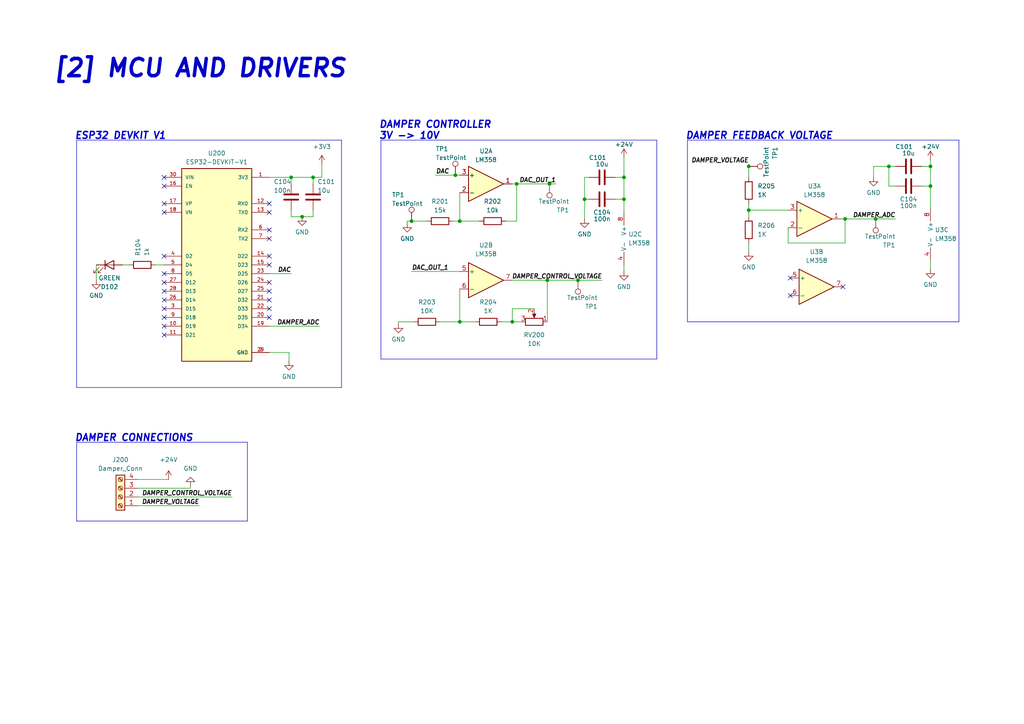
<source format=kicad_sch>
(kicad_sch (version 20230121) (generator eeschema)
  (paper "A4")
  (lib_symbols
    (symbol "Amplifier_Operational:LM358" (pin_names (offset 0.127))
      (property "Reference" "U" (at 0 5.08 0))
      (property "Value" "LM358" (at 0 -5.08 0))
      (symbol "LM358_1_1"
        (polyline (pts (xy -5.08 5.08) (xy 5.08 0) (xy -5.08 -5.08) (xy -5.08 5.08)) (stroke (width 0.254)) (fill (type background)))
        (pin output line (at 7.62 0 180) (length 2.54) (name "~") (number "1"))
        (pin input line (at -7.62 -2.54 0) (length 2.54) (name "-") (number "2"))
        (pin input line (at -7.62 2.54 0) (length 2.54) (name "+") (number "3"))
      )
      (symbol "LM358_2_1"
        (polyline (pts (xy -5.08 5.08) (xy 5.08 0) (xy -5.08 -5.08) (xy -5.08 5.08)) (stroke (width 0.254)) (fill (type background)))
        (pin input line (at -7.62 2.54 0) (length 2.54) (name "+") (number "5"))
        (pin input line (at -7.62 -2.54 0) (length 2.54) (name "-") (number "6"))
        (pin output line (at 7.62 0 180) (length 2.54) (name "~") (number "7"))
      )
      (symbol "LM358_3_1"
        (pin power_in line (at -2.54 -7.62 90) (length 3.81) (name "V-") (number "4"))
        (pin power_in line (at -2.54 7.62 270) (length 3.81) (name "V+") (number "8"))
      )
    )
    (symbol "Connector:Screw_Terminal_01x04" (pin_names (offset 1.016) hide)
      (property "Reference" "J" (at 0 5.08 0))
      (property "Value" "Screw_Terminal_01x04" (at 0 -7.62 0))
      (symbol "Screw_Terminal_01x04_1_1"
        (rectangle (start -1.27 3.81) (end 1.27 -6.35) (stroke (width 0.254)) (fill (type background)))
        (circle (center 0 -5.08) (radius 0.635) (stroke (width 0.1524)))
        (circle (center 0 -2.54) (radius 0.635) (stroke (width 0.1524)))
        (polyline (pts (xy -0.5334 -4.7498) (xy 0.3302 -5.588)) (stroke (width 0.1524)))
        (polyline (pts (xy -0.5334 -2.2098) (xy 0.3302 -3.048)) (stroke (width 0.1524)))
        (polyline (pts (xy -0.5334 0.3302) (xy 0.3302 -0.508)) (stroke (width 0.1524)))
        (polyline (pts (xy -0.5334 2.8702) (xy 0.3302 2.032)) (stroke (width 0.1524)))
        (polyline (pts (xy -0.3556 -4.572) (xy 0.508 -5.4102)) (stroke (width 0.1524)))
        (polyline (pts (xy -0.3556 -2.032) (xy 0.508 -2.8702)) (stroke (width 0.1524)))
        (polyline (pts (xy -0.3556 0.508) (xy 0.508 -0.3302)) (stroke (width 0.1524)))
        (polyline (pts (xy -0.3556 3.048) (xy 0.508 2.2098)) (stroke (width 0.1524)))
        (circle (center 0 0) (radius 0.635) (stroke (width 0.1524)))
        (circle (center 0 2.54) (radius 0.635) (stroke (width 0.1524)))
        (pin passive line (at -5.08 2.54 0) (length 3.81) (name "Pin_1") (number "1"))
        (pin passive line (at -5.08 0 0) (length 3.81) (name "Pin_2") (number "2"))
        (pin passive line (at -5.08 -2.54 0) (length 3.81) (name "Pin_3") (number "3"))
        (pin passive line (at -5.08 -5.08 0) (length 3.81) (name "Pin_4") (number "4"))
      )
    )
    (symbol "Connector:TestPoint" (pin_numbers hide) (pin_names (offset 0.762) hide)
      (property "Reference" "TP" (at 0 6.858 0))
      (property "Value" "TestPoint" (at 0 5.08 0))
      (symbol "TestPoint_0_1"
        (circle (center 0 3.302) (radius 0.762))
      )
      (symbol "TestPoint_1_1"
        (pin passive line (at 0 0 90) (length 2.54) (name "1") (number "1"))
      )
    )
    (symbol "Device:C" (pin_numbers hide) (pin_names (offset 0.254))
      (property "Reference" "C" (at 0.635 2.54 0))
      (property "Value" "C" (at 0.635 -2.54 0))
      (symbol "C_0_1"
        (polyline (pts (xy -2.032 -0.762) (xy 2.032 -0.762)) (stroke (width 0.508)))
        (polyline (pts (xy -2.032 0.762) (xy 2.032 0.762)) (stroke (width 0.508)))
      )
      (symbol "C_1_1"
        (pin passive line (at 0 3.81 270) (length 2.794) (name "~") (number "1"))
        (pin passive line (at 0 -3.81 90) (length 2.794) (name "~") (number "2"))
      )
    )
    (symbol "Device:LED" (pin_numbers hide) (pin_names (offset 1.016) hide)
      (property "Reference" "D" (at 0 2.54 0))
      (property "Value" "LED" (at 0 -2.54 0))
      (symbol "LED_0_1"
        (polyline (pts (xy -1.27 -1.27) (xy -1.27 1.27)) (stroke (width 0.254)))
        (polyline (pts (xy -1.27 0) (xy 1.27 0)))
        (polyline (pts (xy 1.27 -1.27) (xy 1.27 1.27) (xy -1.27 0) (xy 1.27 -1.27)) (stroke (width 0.254)))
        (polyline (pts (xy -3.048 -0.762) (xy -4.572 -2.286) (xy -3.81 -2.286) (xy -4.572 -2.286) (xy -4.572 -1.524)))
        (polyline (pts (xy -1.778 -0.762) (xy -3.302 -2.286) (xy -2.54 -2.286) (xy -3.302 -2.286) (xy -3.302 -1.524)))
      )
      (symbol "LED_1_1"
        (pin passive line (at -3.81 0 0) (length 2.54) (name "K") (number "1"))
        (pin passive line (at 3.81 0 180) (length 2.54) (name "A") (number "2"))
      )
    )
    (symbol "Device:R" (pin_numbers hide) (pin_names (offset 0))
      (property "Reference" "R" (at 2.032 0 90))
      (property "Value" "R" (at 0 0 90))
      (symbol "R_0_1"
        (rectangle (start -1.016 -2.54) (end 1.016 2.54) (stroke (width 0.254)))
      )
      (symbol "R_1_1"
        (pin passive line (at 0 3.81 270) (length 1.27) (name "~") (number "1"))
        (pin passive line (at 0 -3.81 90) (length 1.27) (name "~") (number "2"))
      )
    )
    (symbol "Device:R_Potentiometer" (pin_names (offset 1.016) hide)
      (property "Reference" "RV" (at -4.445 0 90))
      (property "Value" "R_Potentiometer" (at -2.54 0 90))
      (symbol "R_Potentiometer_0_1"
        (polyline (pts (xy 2.54 0) (xy 1.524 0)))
        (polyline (pts (xy 1.143 0) (xy 2.286 0.508) (xy 2.286 -0.508) (xy 1.143 0)) (fill (type outline)))
        (rectangle (start 1.016 2.54) (end -1.016 -2.54) (stroke (width 0.254)))
      )
      (symbol "R_Potentiometer_1_1"
        (pin passive line (at 0 3.81 270) (length 1.27) (name "1") (number "1"))
        (pin passive line (at 3.81 0 180) (length 1.27) (name "2") (number "2"))
        (pin passive line (at 0 -3.81 90) (length 1.27) (name "3") (number "3"))
      )
    )
    (symbol "ESP32:ESP32-DEVKIT-V1" (pin_names (offset 1.016))
      (property "Reference" "U" (at -10.16 30.48 0))
      (property "Value" "ESP32-DEVKIT-V1" (at -10.16 -30.48 0))
      (symbol "ESP32-DEVKIT-V1_0_0"
        (rectangle (start -10.16 -27.94) (end 10.16 27.94) (stroke (width 0.254)) (fill (type background)))
        (pin output line (at 15.24 25.4 180) (length 5.08) (name "3V3") (number "1"))
        (pin bidirectional line (at -15.24 -17.78 0) (length 5.08) (name "D19") (number "10"))
        (pin bidirectional line (at -15.24 -20.32 0) (length 5.08) (name "D21") (number "11"))
        (pin input line (at 15.24 17.78 180) (length 5.08) (name "RX0") (number "12"))
        (pin output line (at 15.24 15.24 180) (length 5.08) (name "TX0") (number "13"))
        (pin bidirectional line (at 15.24 2.54 180) (length 5.08) (name "D22") (number "14"))
        (pin bidirectional line (at 15.24 0 180) (length 5.08) (name "D23") (number "15"))
        (pin input line (at -15.24 22.86 0) (length 5.08) (name "EN") (number "16"))
        (pin bidirectional line (at -15.24 17.78 0) (length 5.08) (name "VP") (number "17"))
        (pin bidirectional line (at -15.24 15.24 0) (length 5.08) (name "VN") (number "18"))
        (pin bidirectional line (at 15.24 -17.78 180) (length 5.08) (name "D34") (number "19"))
        (pin power_in line (at 15.24 -25.4 180) (length 5.08) (name "GND") (number "2"))
        (pin bidirectional line (at 15.24 -15.24 180) (length 5.08) (name "D35") (number "20"))
        (pin bidirectional line (at 15.24 -10.16 180) (length 5.08) (name "D32") (number "21"))
        (pin bidirectional line (at 15.24 -12.7 180) (length 5.08) (name "D33") (number "22"))
        (pin bidirectional line (at 15.24 -2.54 180) (length 5.08) (name "D25") (number "23"))
        (pin bidirectional line (at 15.24 -5.08 180) (length 5.08) (name "D26") (number "24"))
        (pin bidirectional line (at 15.24 -7.62 180) (length 5.08) (name "D27") (number "25"))
        (pin bidirectional line (at -15.24 -10.16 0) (length 5.08) (name "D14") (number "26"))
        (pin bidirectional line (at -15.24 -5.08 0) (length 5.08) (name "D12") (number "27"))
        (pin bidirectional line (at -15.24 -7.62 0) (length 5.08) (name "D13") (number "28"))
        (pin power_in line (at 15.24 -25.4 180) (length 5.08) (name "GND") (number "29"))
        (pin bidirectional line (at -15.24 -12.7 0) (length 5.08) (name "D15") (number "3"))
        (pin input line (at -15.24 25.4 0) (length 5.08) (name "VIN") (number "30"))
        (pin bidirectional line (at -15.24 2.54 0) (length 5.08) (name "D2") (number "4"))
        (pin bidirectional line (at -15.24 0 0) (length 5.08) (name "D4") (number "5"))
        (pin input line (at 15.24 10.16 180) (length 5.08) (name "RX2") (number "6"))
        (pin output line (at 15.24 7.62 180) (length 5.08) (name "TX2") (number "7"))
        (pin bidirectional line (at -15.24 -2.54 0) (length 5.08) (name "D5") (number "8"))
        (pin bidirectional line (at -15.24 -15.24 0) (length 5.08) (name "D18") (number "9"))
      )
    )
    (symbol "power:+24V" (power) (pin_names (offset 0))
      (property "Value" "+24V" (at 0 3.556 0))
      (symbol "+24V_0_1"
        (polyline (pts (xy -0.762 1.27) (xy 0 2.54)))
        (polyline (pts (xy 0 0) (xy 0 2.54)))
        (polyline (pts (xy 0 2.54) (xy 0.762 1.27)))
      )
      (symbol "+24V_1_1"
        (pin power_in line (at 0 0 90) (length 0) hide (name "+24V") (number "1"))
      )
    )
    (symbol "power:+3V3" (power) (pin_names (offset 0))
      (property "Value" "+3V3" (at 0 3.556 0))
      (symbol "+3V3_0_1"
        (polyline (pts (xy -0.762 1.27) (xy 0 2.54)))
        (polyline (pts (xy 0 0) (xy 0 2.54)))
        (polyline (pts (xy 0 2.54) (xy 0.762 1.27)))
      )
      (symbol "+3V3_1_1"
        (pin power_in line (at 0 0 90) (length 0) hide (name "+3V3") (number "1"))
      )
    )
    (symbol "power:GND" (power) (pin_names (offset 0))
      (property "Value" "GND" (at 0 -3.81 0))
      (symbol "GND_0_1"
        (polyline (pts (xy 0 0) (xy 0 -1.27) (xy 1.27 -1.27) (xy 0 -2.54) (xy -1.27 -1.27) (xy 0 -1.27)))
      )
      (symbol "GND_1_1"
        (pin power_in line (at 0 0 270) (length 0) hide (name "GND") (number "1"))
      )
    )
  )
  (junction (at 87.63 62.865))
  (junction (at 257.81 48.26))
  (junction (at 132.08 50.8))
  (junction (at 148.59 93.345))
  (junction (at 84.455 51.435))
  (junction (at 159.385 53.34))
  (junction (at 254 63.5))
  (junction (at 217.17 48.26))
  (junction (at 158.75 81.28))
  (junction (at 133.35 93.345))
  (junction (at 133.35 64.135))
  (junction (at 245.11 63.5))
  (junction (at 269.875 48.26))
  (junction (at 180.975 51.435))
  (junction (at 180.975 57.785))
  (junction (at 269.875 53.975))
  (junction (at 149.86 53.34))
  (junction (at 217.17 60.96))
  (junction (at 90.805 51.435))
  (junction (at 119.38 64.135))
  (junction (at 169.545 57.785))
  (junction (at 167.64 81.28))
  (no_connect (at 78.105 69.215))
  (no_connect (at 78.105 92.075))
  (no_connect (at 78.105 86.995))
  (no_connect (at 47.625 92.075))
  (no_connect (at 78.105 61.595))
  (no_connect (at 47.625 89.535))
  (no_connect (at 47.625 86.995))
  (no_connect (at 78.105 84.455))
  (no_connect (at 47.625 74.295))
  (no_connect (at 47.625 94.615))
  (no_connect (at 78.105 89.535))
  (no_connect (at 78.105 76.835))
  (no_connect (at 244.475 83.185))
  (no_connect (at 78.105 59.055))
  (no_connect (at 229.235 85.725))
  (no_connect (at 47.625 51.435))
  (no_connect (at 78.105 66.675))
  (no_connect (at 78.105 81.915))
  (no_connect (at 47.625 84.455))
  (no_connect (at 47.625 81.915))
  (no_connect (at 47.625 59.055))
  (no_connect (at 47.625 53.975))
  (no_connect (at 47.625 97.155))
  (no_connect (at 47.625 61.595))
  (no_connect (at 78.105 74.295))
  (no_connect (at 229.235 80.645))
  (no_connect (at 47.625 79.375))
  (wire (pts (xy 269.875 48.26) (xy 269.875 53.975)))
  (polyline (pts (xy 199.39 40.64) (xy 278.13 40.64)))
  (wire (pts (xy 149.86 53.34) (xy 159.385 53.34)))
  (polyline (pts (xy 71.755 151.13) (xy 22.225 151.13)))
  (wire (pts (xy 84.455 60.96) (xy 84.455 62.865)))
  (wire (pts (xy 267.335 53.975) (xy 269.875 53.975)))
  (wire (pts (xy 217.17 60.96) (xy 217.17 62.865)))
  (wire (pts (xy 228.6 70.485) (xy 245.11 70.485)))
  (wire (pts (xy 90.805 51.435) (xy 93.345 51.435)))
  (polyline (pts (xy 22.225 40.64) (xy 22.225 112.395)))
  (wire (pts (xy 55.245 141.605) (xy 55.245 140.97)))
  (polyline (pts (xy 99.06 112.395) (xy 22.225 112.395)))
  (wire (pts (xy 119.38 78.74) (xy 133.35 78.74)))
  (polyline (pts (xy 278.13 93.345) (xy 199.39 93.345)))
  (wire (pts (xy 145.415 93.345) (xy 148.59 93.345)))
  (wire (pts (xy 259.715 48.26) (xy 257.81 48.26)))
  (wire (pts (xy 254 63.5) (xy 259.715 63.5)))
  (polyline (pts (xy 278.13 40.64) (xy 278.13 93.345)))
  (wire (pts (xy 180.975 57.785) (xy 180.975 61.595)))
  (wire (pts (xy 93.345 51.435) (xy 93.345 47.625)))
  (wire (pts (xy 158.75 81.28) (xy 167.64 81.28)))
  (wire (pts (xy 167.64 81.28) (xy 174.625 81.28)))
  (wire (pts (xy 40.005 146.685) (xy 57.785 146.685)))
  (wire (pts (xy 133.35 64.135) (xy 139.065 64.135)))
  (wire (pts (xy 217.17 59.055) (xy 217.17 60.96)))
  (wire (pts (xy 180.975 45.72) (xy 180.975 51.435)))
  (polyline (pts (xy 190.5 40.64) (xy 190.5 104.14)))
  (wire (pts (xy 133.35 83.82) (xy 133.35 93.345)))
  (wire (pts (xy 133.35 55.88) (xy 133.35 64.135)))
  (wire (pts (xy 119.38 64.135) (xy 118.11 64.135)))
  (polyline (pts (xy 110.49 40.64) (xy 190.5 40.64)))
  (wire (pts (xy 84.455 51.435) (xy 84.455 53.34)))
  (wire (pts (xy 78.105 79.375) (xy 84.455 79.375)))
  (wire (pts (xy 27.94 76.835) (xy 27.94 81.28)))
  (wire (pts (xy 267.335 48.26) (xy 269.875 48.26)))
  (wire (pts (xy 180.975 76.835) (xy 180.975 78.74)))
  (wire (pts (xy 170.815 57.785) (xy 169.545 57.785)))
  (polyline (pts (xy 71.755 128.27) (xy 71.755 151.13)))
  (wire (pts (xy 40.005 139.065) (xy 48.895 139.065)))
  (wire (pts (xy 132.08 50.8) (xy 133.35 50.8)))
  (wire (pts (xy 131.445 64.135) (xy 133.35 64.135)))
  (wire (pts (xy 45.085 76.835) (xy 47.625 76.835)))
  (wire (pts (xy 269.875 46.355) (xy 269.875 48.26)))
  (wire (pts (xy 78.105 102.235) (xy 83.82 102.235)))
  (wire (pts (xy 78.105 51.435) (xy 84.455 51.435)))
  (wire (pts (xy 148.59 89.535) (xy 148.59 93.345)))
  (wire (pts (xy 217.17 70.485) (xy 217.17 73.025)))
  (wire (pts (xy 123.825 64.135) (xy 119.38 64.135)))
  (wire (pts (xy 90.805 62.865) (xy 87.63 62.865)))
  (wire (pts (xy 115.57 93.98) (xy 115.57 93.345)))
  (wire (pts (xy 259.715 53.975) (xy 257.81 53.975)))
  (wire (pts (xy 178.435 51.435) (xy 180.975 51.435)))
  (wire (pts (xy 269.875 53.975) (xy 269.875 60.325)))
  (wire (pts (xy 115.57 93.345) (xy 120.015 93.345)))
  (wire (pts (xy 146.685 64.135) (xy 149.86 64.135)))
  (polyline (pts (xy 22.225 128.27) (xy 22.225 151.13)))
  (wire (pts (xy 148.59 53.34) (xy 149.86 53.34)))
  (wire (pts (xy 118.11 64.135) (xy 118.11 64.77)))
  (wire (pts (xy 35.56 76.835) (xy 37.465 76.835)))
  (wire (pts (xy 133.35 93.345) (xy 137.795 93.345)))
  (wire (pts (xy 257.81 53.975) (xy 257.81 48.26)))
  (wire (pts (xy 245.11 70.485) (xy 245.11 63.5)))
  (wire (pts (xy 217.17 47.625) (xy 217.17 48.26)))
  (wire (pts (xy 127.635 93.345) (xy 133.35 93.345)))
  (wire (pts (xy 84.455 62.865) (xy 87.63 62.865)))
  (wire (pts (xy 148.59 81.28) (xy 158.75 81.28)))
  (wire (pts (xy 149.86 64.135) (xy 149.86 53.34)))
  (wire (pts (xy 40.005 141.605) (xy 55.245 141.605)))
  (wire (pts (xy 158.75 81.28) (xy 158.75 93.345)))
  (wire (pts (xy 178.435 57.785) (xy 180.975 57.785)))
  (wire (pts (xy 245.11 63.5) (xy 254 63.5)))
  (wire (pts (xy 257.81 48.26) (xy 253.365 48.26)))
  (polyline (pts (xy 199.39 40.64) (xy 199.39 93.345)))
  (wire (pts (xy 148.59 93.345) (xy 151.13 93.345)))
  (wire (pts (xy 169.545 57.785) (xy 169.545 63.5)))
  (polyline (pts (xy 110.49 40.64) (xy 110.49 104.14)))
  (wire (pts (xy 90.805 60.96) (xy 90.805 62.865)))
  (wire (pts (xy 180.975 51.435) (xy 180.975 57.785)))
  (polyline (pts (xy 99.06 40.64) (xy 99.06 112.395)))
  (polyline (pts (xy 22.225 40.64) (xy 99.06 40.64)))
  (wire (pts (xy 217.17 60.96) (xy 228.6 60.96)))
  (polyline (pts (xy 22.225 128.27) (xy 71.755 128.27)))
  (wire (pts (xy 269.875 75.565) (xy 269.875 78.105)))
  (wire (pts (xy 217.17 48.26) (xy 217.17 51.435)))
  (wire (pts (xy 90.805 51.435) (xy 90.805 53.34)))
  (wire (pts (xy 83.82 102.235) (xy 83.82 104.775)))
  (wire (pts (xy 243.84 63.5) (xy 245.11 63.5)))
  (polyline (pts (xy 190.5 104.14) (xy 110.49 104.14)))
  (wire (pts (xy 154.94 89.535) (xy 148.59 89.535)))
  (wire (pts (xy 169.545 51.435) (xy 169.545 57.785)))
  (wire (pts (xy 40.005 144.145) (xy 67.31 144.145)))
  (wire (pts (xy 84.455 51.435) (xy 90.805 51.435)))
  (wire (pts (xy 253.365 48.26) (xy 253.365 51.435)))
  (wire (pts (xy 78.105 94.615) (xy 92.71 94.615)))
  (wire (pts (xy 228.6 66.04) (xy 228.6 70.485)))
  (wire (pts (xy 126.365 50.8) (xy 132.08 50.8)))
  (wire (pts (xy 170.815 51.435) (xy 169.545 51.435)))
  (wire (pts (xy 159.385 53.34) (xy 161.29 53.34)))
  (text "DAMPER CONTROLLER\n3V -> 10V" (at 109.855 40.64 0) (effects (font (size 2 2) bold italic) (justify left bottom)))
  (text "ESP32 DEVKIT V1" (at 21.59 40.64 0) (effects (font (size 2 2) bold italic) (justify left bottom)))
  (text "DAMPER FEEDBACK VOLTAGE" (at 198.755 40.64 0) (effects (font (size 2 2) bold italic) (justify left bottom)))
  (text "DAMPER CONNECTIONS" (at 21.59 128.27 0) (effects (font (size 2 2) bold italic) (justify left bottom)))
  (text "[2] MCU AND DRIVERS\n" (at 15.24 22.86 0) (effects (font (size 5 5) bold italic) (justify left bottom)))
  (label "DAC" (at 126.365 50.8 0) (effects (font bold italic)))
  (label "DAMPER_CONTROL_VOLTAGE" (at 67.31 144.145 180) (effects (font bold italic)))
  (label "DAMPER_VOLTAGE" (at 217.17 47.625 180) (effects (font bold italic)))
  (label "DAMPER_CONTROL_VOLTAGE" (at 174.625 81.28 180) (effects (font bold italic)))
  (label "DAC" (at 84.455 79.375 180) (effects (font bold italic)))
  (label "DAMPER_ADC" (at 92.71 94.615 180) (effects (font bold italic)))
  (label "DAC_OUT_1" (at 119.38 78.74 0) (effects (font bold italic)))
  (label "DAMPER_ADC" (at 259.715 63.5 180) (effects (font bold italic)))
  (label "DAC_OUT_1" (at 161.29 53.34 180) (effects (font bold italic)))
  (label "DAMPER_VOLTAGE" (at 57.785 146.685 180) (effects (font bold italic)))
  (symbol (lib_id "Device:R_Potentiometer") (at 154.94 93.345 270) (mirror x) (unit 1)
    (property "Reference" "RV200" (at 154.94 97.155 90))
    (property "Value" "10K" (at 154.94 99.695 90))
    (property "Footprint" "Potentiometer_THT:Potentiometer_Bourns_3296W_Vertical" (effects hide))
  )
  (symbol (lib_id "Amplifier_Operational:LM358") (at 236.855 83.185 0) (unit 2)
    (property "Reference" "U3" (at 236.855 73.025 0))
    (property "Value" "LM358" (at 236.855 75.565 0))
    (property "Footprint" "Package_SO:SOIC-8_3.9x4.9mm_P1.27mm" (effects hide))
    (property "Datasheet" "http://www.ti.com/lit/ds/symlink/lm2904-n.pdf" (effects hide))
    (property "LCSC" "C7950" (effects hide))
  )
  (symbol (lib_id "Device:R") (at 217.17 66.675 180) (unit 1)
    (property "Reference" "R206" (at 219.71 65.405 0) (effects (justify right)))
    (property "Value" "1K" (at 219.71 67.945 0) (effects (justify right)))
    (property "Footprint" "Resistor_SMD:R_0603_1608Metric" (effects hide))
    (property "LCSC" "C21190" (effects hide))
  )
  (symbol (lib_id "Connector:TestPoint") (at 167.64 81.28 180) (unit 1)
    (property "Reference" "TP1" (at 173.355 88.9 0) (effects (justify left)))
    (property "Value" "TestPoint" (at 173.355 86.36 0) (effects (justify left)))
    (property "Footprint" "TestPoint:TestPoint_Pad_D2.0mm" (effects hide))
    (instances (project "Damper_PCB" (path "" (reference "TP1") (unit 1)) (path "" (reference "TP203") (unit 1))))
  )
  (symbol (lib_id "Connector:TestPoint") (at 119.38 64.135 0) (unit 1)
    (property "Reference" "TP1" (at 113.665 56.515 0) (effects (justify left)))
    (property "Value" "TestPoint" (at 113.665 59.055 0) (effects (justify left)))
    (property "Footprint" "TestPoint:TestPoint_Pad_D2.0mm" (effects hide))
    (instances (project "Damper_PCB" (path "" (reference "TP1") (unit 1)) (path "" (reference "TP200") (unit 1))))
  )
  (symbol (lib_id "power:+24V") (at 180.975 45.72 0) (unit 1)
    (property "Reference" "#PWR03" (effects hide))
    (property "Value" "+24V" (at 180.975 41.91 0))
    (instances (project "Damper_PCB" (path "" (reference "#PWR03") (unit 1)) (path "" (reference "#PWR011") (unit 1))) (project "Cabina" (path "" (reference "#PWR0112") (unit 1))))
  )
  (symbol (lib_id "Connector:TestPoint") (at 217.17 48.26 270) (unit 1)
    (property "Reference" "TP1" (at 224.79 42.545 0) (effects (justify left)))
    (property "Value" "TestPoint" (at 222.25 42.545 0) (effects (justify left)))
    (property "Footprint" "TestPoint:TestPoint_Pad_D2.0mm" (effects hide))
    (instances (project "Damper_PCB" (path "" (reference "TP1") (unit 1)) (path "" (reference "TP204") (unit 1))))
  )
  (symbol (lib_id "power:GND") (at 253.365 51.435 0) (unit 1)
    (property "Reference" "#PWR05" (effects hide))
    (property "Value" "GND" (at 253.365 55.88 0))
    (instances (project "Damper_PCB" (path "" (reference "#PWR05") (unit 1)) (path "" (reference "#PWR023") (unit 1))) (project "Cabina" (path "" (reference "#PWR0110") (unit 1))))
  )
  (symbol (lib_id "Connector:Screw_Terminal_01x04") (at 34.925 144.145 180) (unit 1)
    (property "Reference" "J200" (at 34.925 133.35 0))
    (property "Value" "Damper_Conn" (at 34.925 135.89 0))
    (property "Footprint" "Connector_Phoenix_MSTB:PhoenixContact_MSTBA_2,5_4-G-5,08_1x04_P5.08mm_Horizontal" (effects hide))
  )
  (symbol (lib_id "Connector:TestPoint") (at 159.385 53.34 180) (unit 1)
    (property "Reference" "TP1" (at 165.1 60.96 0) (effects (justify left)))
    (property "Value" "TestPoint" (at 165.1 58.42 0) (effects (justify left)))
    (property "Footprint" "TestPoint:TestPoint_Pad_D2.0mm" (effects hide))
    (instances (project "Damper_PCB" (path "" (reference "TP1") (unit 1)) (path "" (reference "TP202") (unit 1))))
  )
  (symbol (lib_id "Device:R") (at 141.605 93.345 90) (unit 1)
    (property "Reference" "R204" (at 141.605 87.63 90))
    (property "Value" "1K" (at 141.605 90.17 90))
    (property "Footprint" "Resistor_SMD:R_0603_1608Metric" (effects hide))
    (property "LCSC" "C21190" (effects hide))
  )
  (symbol (lib_id "Device:C") (at 174.625 51.435 90) (unit 1)
    (property "Reference" "C101" (at 175.895 45.72 90) (effects (justify left)))
    (property "Value" "10u" (at 176.53 47.625 90) (effects (justify left)))
    (property "Footprint" "Capacitor_SMD:C_0805_2012Metric" (effects hide))
    (property "LCSC" "C440198" (effects hide))
    (instances (project "Damper_PCB" (path "" (reference "C101") (unit 1)) (path "" (reference "C202") (unit 1))))
  )
  (symbol (lib_id "Device:R") (at 142.875 64.135 90) (unit 1)
    (property "Reference" "R202" (at 142.875 58.42 90))
    (property "Value" "10k" (at 142.875 60.96 90))
    (property "Footprint" "Resistor_SMD:R_0805_2012Metric" (effects hide))
    (property "LCSC" "C17414" (effects hide))
  )
  (symbol (lib_id "Device:R") (at 123.825 93.345 90) (unit 1)
    (property "Reference" "R203" (at 123.825 87.63 90))
    (property "Value" "10K" (at 123.825 90.17 90))
    (property "Footprint" "Resistor_SMD:R_0805_2012Metric" (effects hide))
    (property "LCSC" "C17414" (effects hide))
  )
  (symbol (lib_id "Device:R") (at 127.635 64.135 90) (unit 1)
    (property "Reference" "R201" (at 127.635 58.42 90))
    (property "Value" "15k" (at 127.635 60.96 90))
    (property "Footprint" "Resistor_SMD:R_0805_2012Metric" (effects hide))
    (property "LCSC" "C17475" (effects hide))
  )
  (symbol (lib_id "Device:C") (at 263.525 48.26 90) (unit 1)
    (property "Reference" "C101" (at 264.795 42.545 90) (effects (justify left)))
    (property "Value" "10u" (at 265.43 44.45 90) (effects (justify left)))
    (property "Footprint" "Capacitor_SMD:C_0805_2012Metric" (effects hide))
    (property "LCSC" "C440198" (effects hide))
    (instances (project "Damper_PCB" (path "" (reference "C101") (unit 1)) (path "" (reference "C204") (unit 1))))
  )
  (symbol (lib_id "Device:C") (at 90.805 57.15 0) (unit 1)
    (property "Reference" "C101" (at 92.075 52.705 0) (effects (justify left)))
    (property "Value" "10u" (at 92.075 55.245 0) (effects (justify left)))
    (property "Footprint" "Capacitor_SMD:C_0603_1608Metric" (effects hide))
    (property "LCSC" "C19702" (effects hide))
    (instances (project "Damper_PCB" (path "" (reference "C101") (unit 1)) (path "" (reference "C201") (unit 1))))
  )
  (symbol (lib_id "power:GND") (at 55.245 140.97 180) (unit 1)
    (property "Reference" "#PWR05" (effects hide))
    (property "Value" "GND" (at 55.245 135.89 0))
    (instances (project "Damper_PCB" (path "" (reference "#PWR05") (unit 1)) (path "" (reference "#PWR019") (unit 1))) (project "Cabina" (path "" (reference "#PWR0110") (unit 1))))
  )
  (symbol (lib_id "Amplifier_Operational:LM358") (at 236.22 63.5 0) (unit 1)
    (property "Reference" "U3" (at 236.22 53.975 0))
    (property "Value" "LM358" (at 236.22 56.515 0))
    (property "Footprint" "Package_SO:SOIC-8_3.9x4.9mm_P1.27mm" (effects hide))
    (property "Datasheet" "http://www.ti.com/lit/ds/symlink/lm2904-n.pdf" (effects hide))
    (property "LCSC" "C7950" (effects hide))
  )
  (symbol (lib_id "power:GND") (at 115.57 93.98 0) (unit 1)
    (property "Reference" "#PWR05" (effects hide))
    (property "Value" "GND" (at 115.57 98.425 0))
    (instances (project "Damper_PCB" (path "" (reference "#PWR05") (unit 1)) (path "" (reference "#PWR014") (unit 1))) (project "Cabina" (path "" (reference "#PWR0110") (unit 1))))
  )
  (symbol (lib_id "power:GND") (at 269.875 78.105 0) (unit 1)
    (property "Reference" "#PWR05" (effects hide))
    (property "Value" "GND" (at 269.875 82.55 0))
    (instances (project "Damper_PCB" (path "" (reference "#PWR05") (unit 1)) (path "" (reference "#PWR016") (unit 1))) (project "Cabina" (path "" (reference "#PWR0110") (unit 1))))
  )
  (symbol (lib_id "Device:R") (at 41.275 76.835 270) (unit 1)
    (property "Reference" "R104" (at 40.005 74.295 0) (effects (justify right)))
    (property "Value" "1k" (at 42.545 74.295 0) (effects (justify right)))
    (property "Footprint" "Resistor_SMD:R_0603_1608Metric" (effects hide))
    (property "LCSC" "C21190" (effects hide))
    (instances (project "Damper_PCB" (path "" (reference "R104") (unit 1)) (path "" (reference "R200") (unit 1))) (project "Cabina" (path "" (reference "R101") (unit 1))))
  )
  (symbol (lib_id "power:+3V3") (at 93.345 47.625 0) (unit 1)
    (property "Reference" "#PWR06" (effects hide))
    (property "Value" "+3V3" (at 93.345 42.545 0))
    (instances (project "Damper_PCB" (path "" (reference "#PWR06") (unit 1)) (path "" (reference "#PWR010") (unit 1))))
  )
  (symbol (lib_id "power:GND") (at 118.11 64.77 0) (unit 1)
    (property "Reference" "#PWR05" (effects hide))
    (property "Value" "GND" (at 118.11 69.215 0))
    (instances (project "Damper_PCB" (path "" (reference "#PWR05") (unit 1)) (path "" (reference "#PWR012") (unit 1))) (project "Cabina" (path "" (reference "#PWR0110") (unit 1))))
  )
  (symbol (lib_id "Device:C") (at 174.625 57.785 270) (unit 1)
    (property "Reference" "C104" (at 174.625 61.595 90))
    (property "Value" "100n" (at 174.625 63.5 90))
    (property "Footprint" "Capacitor_SMD:C_0603_1608Metric" (effects hide))
    (property "LCSC" "C14663" (effects hide))
    (instances (project "Damper_PCB" (path "" (reference "C104") (unit 1)) (path "" (reference "C203") (unit 1))))
  )
  (symbol (lib_id "Device:LED") (at 31.75 76.835 0) (unit 1)
    (property "Reference" "D102" (at 31.75 83.185 0))
    (property "Value" "GREEN" (at 31.75 80.645 0))
    (property "Footprint" "LED_SMD:LED_0603_1608Metric" (effects hide))
    (property "LCSC" "C72043" (effects hide))
    (instances (project "Damper_PCB" (path "" (reference "D102") (unit 1)) (path "" (reference "D200") (unit 1))) (project "Cabina" (path "" (reference "D103") (unit 1))))
  )
  (symbol (lib_id "Amplifier_Operational:LM358") (at 183.515 69.215 0) (unit 3)
    (property "Reference" "U2" (at 182.245 67.945 0) (effects (justify left)))
    (property "Value" "LM358" (at 182.245 70.485 0) (effects (justify left)))
    (property "Footprint" "Package_SO:SOIC-8_3.9x4.9mm_P1.27mm" (effects hide))
    (property "Datasheet" "http://www.ti.com/lit/ds/symlink/lm2904-n.pdf" (effects hide))
    (property "LCSC" "C7950" (effects hide))
  )
  (symbol (lib_id "Connector:TestPoint") (at 254 63.5 180) (unit 1)
    (property "Reference" "TP1" (at 259.715 71.12 0) (effects (justify left)))
    (property "Value" "TestPoint" (at 259.715 68.58 0) (effects (justify left)))
    (property "Footprint" "TestPoint:TestPoint_Pad_D2.0mm" (effects hide))
    (instances (project "Damper_PCB" (path "" (reference "TP1") (unit 1)) (path "" (reference "TP205") (unit 1))))
  )
  (symbol (lib_id "Amplifier_Operational:LM358") (at 272.415 67.945 0) (unit 3)
    (property "Reference" "U3" (at 271.145 66.675 0) (effects (justify left)))
    (property "Value" "LM358" (at 271.145 69.215 0) (effects (justify left)))
    (property "Footprint" "Package_SO:SOIC-8_3.9x4.9mm_P1.27mm" (effects hide))
    (property "Datasheet" "http://www.ti.com/lit/ds/symlink/lm2904-n.pdf" (effects hide))
    (property "LCSC" "C7950" (effects hide))
  )
  (symbol (lib_id "Amplifier_Operational:LM358") (at 140.97 81.28 0) (unit 2)
    (property "Reference" "U2" (at 140.97 71.12 0))
    (property "Value" "LM358" (at 140.97 73.66 0))
    (property "Footprint" "Package_SO:SOIC-8_3.9x4.9mm_P1.27mm" (effects hide))
    (property "Datasheet" "http://www.ti.com/lit/ds/symlink/lm2904-n.pdf" (effects hide))
    (property "LCSC" "C7950" (effects hide))
  )
  (symbol (lib_id "power:GND") (at 217.17 73.025 0) (unit 1)
    (property "Reference" "#PWR05" (effects hide))
    (property "Value" "GND" (at 217.17 77.47 0))
    (instances (project "Damper_PCB" (path "" (reference "#PWR05") (unit 1)) (path "" (reference "#PWR017") (unit 1))) (project "Cabina" (path "" (reference "#PWR0110") (unit 1))))
  )
  (symbol (lib_id "Device:C") (at 84.455 57.15 0) (unit 1)
    (property "Reference" "C104" (at 79.375 52.705 0) (effects (justify left)))
    (property "Value" "100n" (at 79.375 55.245 0) (effects (justify left)))
    (property "Footprint" "Capacitor_SMD:C_0603_1608Metric" (effects hide))
    (property "LCSC" "C14663" (effects hide))
    (instances (project "Damper_PCB" (path "" (reference "C104") (unit 1)) (path "" (reference "C200") (unit 1))))
  )
  (symbol (lib_id "Amplifier_Operational:LM358") (at 140.97 53.34 0) (unit 1)
    (property "Reference" "U2" (at 140.97 43.815 0))
    (property "Value" "LM358" (at 140.97 46.355 0))
    (property "Footprint" "Package_SO:SOIC-8_3.9x4.9mm_P1.27mm" (effects hide))
    (property "Datasheet" "http://www.ti.com/lit/ds/symlink/lm2904-n.pdf" (effects hide))
    (property "LCSC" "C7950" (effects hide))
  )
  (symbol (lib_id "Device:C") (at 263.525 53.975 270) (unit 1)
    (property "Reference" "C104" (at 263.525 57.785 90))
    (property "Value" "100n" (at 263.525 59.69 90))
    (property "Footprint" "Capacitor_SMD:C_0603_1608Metric" (effects hide))
    (property "LCSC" "C14663" (effects hide))
    (instances (project "Damper_PCB" (path "" (reference "C104") (unit 1)) (path "" (reference "C205") (unit 1))))
  )
  (symbol (lib_id "Connector:TestPoint") (at 132.08 50.8 0) (unit 1)
    (property "Reference" "TP1" (at 126.365 43.18 0) (effects (justify left)))
    (property "Value" "TestPoint" (at 126.365 45.72 0) (effects (justify left)))
    (property "Footprint" "TestPoint:TestPoint_Pad_D2.0mm" (effects hide))
    (instances (project "Damper_PCB" (path "" (reference "TP1") (unit 1)) (path "" (reference "TP201") (unit 1))))
  )
  (symbol (lib_id "ESP32:ESP32-DEVKIT-V1") (at 62.865 76.835 0) (unit 1)
    (property "Reference" "U200" (at 62.865 44.45 0))
    (property "Value" "ESP32-DEVKIT-V1" (at 62.865 46.99 0))
    (property "Footprint" "ESP32:MODULE_ESP32_DEVKIT_V1" (effects hide))
    (property "MF" "Do it" (effects hide))
    (property "MAXIMUM_PACKAGE_HEIGHT" "6.8 mm" (effects hide))
    (property "Package" "None" (effects hide))
    (property "Price" "None" (effects hide))
    (property "Check_prices" "https://www.snapeda.com/parts/ESP32-DEVKIT-V1/Do+it/view-part/?ref=eda" (effects hide))
    (property "STANDARD" "Manufacturer Recommendations" (effects hide))
    (property "PARTREV" "N/A" (effects hide))
    (property "SnapEDA_Link" "https://www.snapeda.com/parts/ESP32-DEVKIT-V1/Do+it/view-part/?ref=snap" (effects hide))
    (property "MP" "ESP32-DEVKIT-V1" (effects hide))
    (property "Description" "\nDual core, Wi-Fi: 2.4 GHz up to 150 Mbits/s,BLE (Bluetooth Low Energy) and legacy Bluetooth, 32 bits, Up to 240 MHz\n" (effects hide))
    (property "Availability" "Not in stock" (effects hide))
    (property "MANUFACTURER" "DOIT" (effects hide))
  )
  (symbol (lib_id "power:GND") (at 83.82 104.775 0) (unit 1)
    (property "Reference" "#PWR05" (effects hide))
    (property "Value" "GND" (at 83.82 109.22 0))
    (instances (project "Damper_PCB" (path "" (reference "#PWR05") (unit 1)) (path "" (reference "#PWR09") (unit 1))) (project "Cabina" (path "" (reference "#PWR0110") (unit 1))))
  )
  (symbol (lib_id "power:GND") (at 180.975 78.74 0) (unit 1)
    (property "Reference" "#PWR05" (effects hide))
    (property "Value" "GND" (at 180.975 83.185 0))
    (instances (project "Damper_PCB" (path "" (reference "#PWR05") (unit 1)) (path "" (reference "#PWR013") (unit 1))) (project "Cabina" (path "" (reference "#PWR0110") (unit 1))))
  )
  (symbol (lib_id "power:GND") (at 27.94 81.28 0) (unit 1)
    (property "Reference" "#PWR07" (effects hide))
    (property "Value" "GND" (at 27.94 85.725 0))
    (instances (project "Damper_PCB" (path "" (reference "#PWR07") (unit 1)) (path "" (reference "#PWR020") (unit 1))) (project "Cabina" (path "" (reference "#PWR0104") (unit 1))))
  )
  (symbol (lib_id "power:+24V") (at 269.875 46.355 0) (unit 1)
    (property "Reference" "#PWR03" (effects hide))
    (property "Value" "+24V" (at 269.875 42.545 0))
    (instances (project "Damper_PCB" (path "" (reference "#PWR03") (unit 1)) (path "" (reference "#PWR015") (unit 1))) (project "Cabina" (path "" (reference "#PWR0112") (unit 1))))
  )
  (symbol (lib_id "Device:R") (at 217.17 55.245 180) (unit 1)
    (property "Reference" "R205" (at 219.71 53.975 0) (effects (justify right)))
    (property "Value" "1K" (at 219.71 56.515 0) (effects (justify right)))
    (property "Footprint" "Resistor_SMD:R_0603_1608Metric" (effects hide))
    (property "LCSC" "C21190" (effects hide))
  )
  (symbol (lib_id "power:GND") (at 87.63 62.865 0) (unit 1)
    (property "Reference" "#PWR05" (effects hide))
    (property "Value" "GND" (at 87.63 67.31 0))
    (instances (project "Damper_PCB" (path "" (reference "#PWR05") (unit 1)) (path "" (reference "#PWR021") (unit 1))) (project "Cabina" (path "" (reference "#PWR0110") (unit 1))))
  )
  (symbol (lib_id "power:+24V") (at 48.895 139.065 0) (unit 1)
    (property "Reference" "#PWR03" (effects hide))
    (property "Value" "+24V" (at 48.895 133.35 0))
    (instances (project "Damper_PCB" (path "" (reference "#PWR03") (unit 1)) (path "" (reference "#PWR018") (unit 1))) (project "Cabina" (path "" (reference "#PWR0112") (unit 1))))
  )
  (symbol (lib_id "power:GND") (at 169.545 63.5 0) (unit 1)
    (property "Reference" "#PWR05" (effects hide))
    (property "Value" "GND" (at 169.545 67.945 0))
    (instances (project "Damper_PCB" (path "" (reference "#PWR05") (unit 1)) (path "" (reference "#PWR022") (unit 1))) (project "Cabina" (path "" (reference "#PWR0110") (unit 1))))
  )
)
</source>
